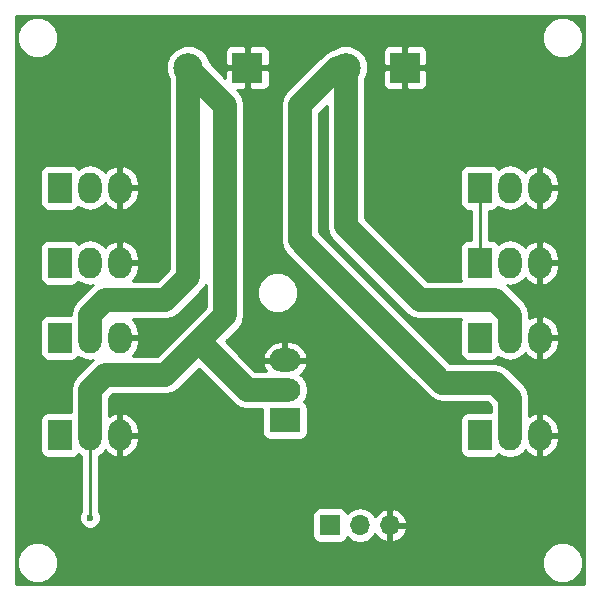
<source format=gbr>
G04 #@! TF.FileFunction,Copper,L2,Bot,Signal*
%FSLAX46Y46*%
G04 Gerber Fmt 4.6, Leading zero omitted, Abs format (unit mm)*
G04 Created by KiCad (PCBNEW 4.0.7) date Saturday, June 09, 2018 'PMt' 12:28:08 PM*
%MOMM*%
%LPD*%
G01*
G04 APERTURE LIST*
%ADD10C,0.100000*%
%ADD11R,2.000000X2.600000*%
%ADD12O,2.000000X2.600000*%
%ADD13R,1.700000X1.700000*%
%ADD14O,1.700000X1.700000*%
%ADD15R,2.600000X2.000000*%
%ADD16O,2.600000X2.000000*%
%ADD17R,2.500000X2.500000*%
%ADD18C,2.500000*%
%ADD19C,0.600000*%
%ADD20C,0.250000*%
%ADD21C,2.000000*%
%ADD22C,0.254000*%
G04 APERTURE END LIST*
D10*
D11*
X113665000Y-81280000D03*
D12*
X116205000Y-81280000D03*
X118745000Y-81280000D03*
D13*
X136525000Y-103505000D03*
D14*
X139065000Y-103505000D03*
X141605000Y-103505000D03*
D11*
X113665000Y-74930000D03*
D12*
X116205000Y-74930000D03*
X118745000Y-74930000D03*
D11*
X113665000Y-87630000D03*
D12*
X116205000Y-87630000D03*
X118745000Y-87630000D03*
D11*
X113665000Y-95885000D03*
D12*
X116205000Y-95885000D03*
X118745000Y-95885000D03*
D11*
X149225000Y-87630000D03*
D12*
X151765000Y-87630000D03*
X154305000Y-87630000D03*
D11*
X149225000Y-95885000D03*
D12*
X151765000Y-95885000D03*
X154305000Y-95885000D03*
D11*
X149225000Y-81280000D03*
D12*
X151765000Y-81280000D03*
X154305000Y-81280000D03*
D11*
X149225000Y-74930000D03*
D12*
X151765000Y-74930000D03*
X154305000Y-74930000D03*
D15*
X132715000Y-94615000D03*
D16*
X132715000Y-92075000D03*
X132715000Y-89535000D03*
D17*
X129540000Y-64770000D03*
D18*
X124540000Y-64770000D03*
D17*
X142875000Y-64770000D03*
D18*
X137875000Y-64770000D03*
D19*
X116205000Y-102870000D03*
D20*
X149225000Y-81280000D02*
X149225000Y-74930000D01*
D21*
X137875000Y-64770000D02*
X137160000Y-64770000D01*
X137160000Y-64770000D02*
X133985000Y-67945000D01*
X151765000Y-92710000D02*
X151765000Y-95885000D01*
X150495000Y-91440000D02*
X151765000Y-92710000D01*
X146050000Y-91440000D02*
X150495000Y-91440000D01*
X133985000Y-79375000D02*
X146050000Y-91440000D01*
X133985000Y-67945000D02*
X133985000Y-79375000D01*
X137875000Y-64770000D02*
X137875000Y-78185000D01*
X151765000Y-85725000D02*
X151765000Y-87630000D01*
X150495000Y-84455000D02*
X151765000Y-85725000D01*
X144145000Y-84455000D02*
X150495000Y-84455000D01*
X137875000Y-78185000D02*
X144145000Y-84455000D01*
D20*
X116205000Y-95885000D02*
X116205000Y-102870000D01*
D21*
X132715000Y-92075000D02*
X129540000Y-92075000D01*
X129540000Y-92075000D02*
X125412500Y-87947500D01*
X124540000Y-64770000D02*
X124540000Y-64850000D01*
X124540000Y-64850000D02*
X127635000Y-67945000D01*
X127635000Y-67945000D02*
X127635000Y-83185000D01*
X116205000Y-95885000D02*
X116205000Y-92075000D01*
X127635000Y-85725000D02*
X127635000Y-83185000D01*
X122555000Y-90805000D02*
X125412500Y-87947500D01*
X125412500Y-87947500D02*
X127635000Y-85725000D01*
X117475000Y-90805000D02*
X122555000Y-90805000D01*
X116205000Y-92075000D02*
X117475000Y-90805000D01*
X116205000Y-87630000D02*
X116205000Y-85725000D01*
X124540000Y-82470000D02*
X124540000Y-64770000D01*
X122555000Y-84455000D02*
X124540000Y-82470000D01*
X117475000Y-84455000D02*
X122555000Y-84455000D01*
X116205000Y-85725000D02*
X117475000Y-84455000D01*
D22*
G36*
X158040000Y-108510000D02*
X109930000Y-108510000D01*
X109930000Y-107023599D01*
X110024699Y-107023599D01*
X110288281Y-107661515D01*
X110775918Y-108150004D01*
X111413373Y-108414699D01*
X112103599Y-108415301D01*
X112741515Y-108151719D01*
X113230004Y-107664082D01*
X113494699Y-107026627D01*
X113494701Y-107023599D01*
X154474699Y-107023599D01*
X154738281Y-107661515D01*
X155225918Y-108150004D01*
X155863373Y-108414699D01*
X156553599Y-108415301D01*
X157191515Y-108151719D01*
X157680004Y-107664082D01*
X157944699Y-107026627D01*
X157945301Y-106336401D01*
X157681719Y-105698485D01*
X157194082Y-105209996D01*
X156556627Y-104945301D01*
X155866401Y-104944699D01*
X155228485Y-105208281D01*
X154739996Y-105695918D01*
X154475301Y-106333373D01*
X154474699Y-107023599D01*
X113494701Y-107023599D01*
X113495301Y-106336401D01*
X113231719Y-105698485D01*
X112744082Y-105209996D01*
X112106627Y-104945301D01*
X111416401Y-104944699D01*
X110778485Y-105208281D01*
X110289996Y-105695918D01*
X110025301Y-106333373D01*
X110024699Y-107023599D01*
X109930000Y-107023599D01*
X109930000Y-79980000D01*
X112017560Y-79980000D01*
X112017560Y-82580000D01*
X112061838Y-82815317D01*
X112200910Y-83031441D01*
X112413110Y-83176431D01*
X112665000Y-83227440D01*
X114665000Y-83227440D01*
X114900317Y-83183162D01*
X115116441Y-83044090D01*
X115221951Y-82889671D01*
X115579313Y-83128452D01*
X116205000Y-83252909D01*
X116465116Y-83201169D01*
X116318880Y-83298880D01*
X116318878Y-83298883D01*
X115048880Y-84568880D01*
X114694457Y-85099312D01*
X114578441Y-85682560D01*
X112665000Y-85682560D01*
X112429683Y-85726838D01*
X112213559Y-85865910D01*
X112068569Y-86078110D01*
X112017560Y-86330000D01*
X112017560Y-88930000D01*
X112061838Y-89165317D01*
X112200910Y-89381441D01*
X112413110Y-89526431D01*
X112665000Y-89577440D01*
X114665000Y-89577440D01*
X114900317Y-89533162D01*
X115116441Y-89394090D01*
X115221951Y-89239671D01*
X115579313Y-89478452D01*
X116205000Y-89602909D01*
X116465116Y-89551169D01*
X116318880Y-89648880D01*
X116318878Y-89648883D01*
X115048880Y-90918880D01*
X114694457Y-91449312D01*
X114569999Y-92075000D01*
X114570000Y-92075005D01*
X114570000Y-93937560D01*
X112665000Y-93937560D01*
X112429683Y-93981838D01*
X112213559Y-94120910D01*
X112068569Y-94333110D01*
X112017560Y-94585000D01*
X112017560Y-97185000D01*
X112061838Y-97420317D01*
X112200910Y-97636441D01*
X112413110Y-97781431D01*
X112665000Y-97832440D01*
X114665000Y-97832440D01*
X114900317Y-97788162D01*
X115116441Y-97649090D01*
X115221951Y-97494671D01*
X115445000Y-97643707D01*
X115445000Y-102307537D01*
X115412808Y-102339673D01*
X115270162Y-102683201D01*
X115269838Y-103055167D01*
X115411883Y-103398943D01*
X115674673Y-103662192D01*
X116018201Y-103804838D01*
X116390167Y-103805162D01*
X116733943Y-103663117D01*
X116997192Y-103400327D01*
X117139838Y-103056799D01*
X117140162Y-102684833D01*
X117127836Y-102655000D01*
X135027560Y-102655000D01*
X135027560Y-104355000D01*
X135071838Y-104590317D01*
X135210910Y-104806441D01*
X135423110Y-104951431D01*
X135675000Y-105002440D01*
X137375000Y-105002440D01*
X137610317Y-104958162D01*
X137826441Y-104819090D01*
X137971431Y-104606890D01*
X137985086Y-104539459D01*
X138014946Y-104584147D01*
X138496715Y-104906054D01*
X139065000Y-105019093D01*
X139633285Y-104906054D01*
X140115054Y-104584147D01*
X140342702Y-104243447D01*
X140409817Y-104386358D01*
X140838076Y-104776645D01*
X141248110Y-104946476D01*
X141478000Y-104825155D01*
X141478000Y-103632000D01*
X141732000Y-103632000D01*
X141732000Y-104825155D01*
X141961890Y-104946476D01*
X142371924Y-104776645D01*
X142800183Y-104386358D01*
X143046486Y-103861892D01*
X142925819Y-103632000D01*
X141732000Y-103632000D01*
X141478000Y-103632000D01*
X141458000Y-103632000D01*
X141458000Y-103378000D01*
X141478000Y-103378000D01*
X141478000Y-102184845D01*
X141732000Y-102184845D01*
X141732000Y-103378000D01*
X142925819Y-103378000D01*
X143046486Y-103148108D01*
X142800183Y-102623642D01*
X142371924Y-102233355D01*
X141961890Y-102063524D01*
X141732000Y-102184845D01*
X141478000Y-102184845D01*
X141248110Y-102063524D01*
X140838076Y-102233355D01*
X140409817Y-102623642D01*
X140342702Y-102766553D01*
X140115054Y-102425853D01*
X139633285Y-102103946D01*
X139065000Y-101990907D01*
X138496715Y-102103946D01*
X138014946Y-102425853D01*
X137987150Y-102467452D01*
X137978162Y-102419683D01*
X137839090Y-102203559D01*
X137626890Y-102058569D01*
X137375000Y-102007560D01*
X135675000Y-102007560D01*
X135439683Y-102051838D01*
X135223559Y-102190910D01*
X135078569Y-102403110D01*
X135027560Y-102655000D01*
X117127836Y-102655000D01*
X116998117Y-102341057D01*
X116965000Y-102307882D01*
X116965000Y-97643707D01*
X117361120Y-97379029D01*
X117488219Y-97188812D01*
X117678683Y-97430922D01*
X118236645Y-97744144D01*
X118364566Y-97775124D01*
X118618000Y-97655777D01*
X118618000Y-96012000D01*
X118872000Y-96012000D01*
X118872000Y-97655777D01*
X119125434Y-97775124D01*
X119253355Y-97744144D01*
X119811317Y-97430922D01*
X120206942Y-96928020D01*
X120380000Y-96312000D01*
X120380000Y-96012000D01*
X118872000Y-96012000D01*
X118618000Y-96012000D01*
X118598000Y-96012000D01*
X118598000Y-95758000D01*
X118618000Y-95758000D01*
X118618000Y-94114223D01*
X118872000Y-94114223D01*
X118872000Y-95758000D01*
X120380000Y-95758000D01*
X120380000Y-95458000D01*
X120206942Y-94841980D01*
X119811317Y-94339078D01*
X119253355Y-94025856D01*
X119125434Y-93994876D01*
X118872000Y-94114223D01*
X118618000Y-94114223D01*
X118364566Y-93994876D01*
X118236645Y-94025856D01*
X117840000Y-94248520D01*
X117840000Y-92752240D01*
X118152239Y-92440000D01*
X122554995Y-92440000D01*
X122555000Y-92440001D01*
X123180688Y-92315543D01*
X123711120Y-91961120D01*
X125412500Y-90259740D01*
X128383878Y-93231117D01*
X128383880Y-93231120D01*
X128914313Y-93585543D01*
X129540000Y-93710000D01*
X130767560Y-93710000D01*
X130767560Y-95615000D01*
X130811838Y-95850317D01*
X130950910Y-96066441D01*
X131163110Y-96211431D01*
X131415000Y-96262440D01*
X134015000Y-96262440D01*
X134250317Y-96218162D01*
X134466441Y-96079090D01*
X134611431Y-95866890D01*
X134662440Y-95615000D01*
X134662440Y-93615000D01*
X134618162Y-93379683D01*
X134479090Y-93163559D01*
X134324671Y-93058049D01*
X134563452Y-92700687D01*
X134687909Y-92075000D01*
X134563452Y-91449313D01*
X134209029Y-90918880D01*
X134018812Y-90791781D01*
X134260922Y-90601317D01*
X134574144Y-90043355D01*
X134605124Y-89915434D01*
X134485777Y-89662000D01*
X132842000Y-89662000D01*
X132842000Y-89682000D01*
X132588000Y-89682000D01*
X132588000Y-89662000D01*
X130944223Y-89662000D01*
X130824876Y-89915434D01*
X130855856Y-90043355D01*
X131078520Y-90440000D01*
X130217239Y-90440000D01*
X128931806Y-89154566D01*
X130824876Y-89154566D01*
X130944223Y-89408000D01*
X132588000Y-89408000D01*
X132588000Y-87900000D01*
X132842000Y-87900000D01*
X132842000Y-89408000D01*
X134485777Y-89408000D01*
X134605124Y-89154566D01*
X134574144Y-89026645D01*
X134260922Y-88468683D01*
X133758020Y-88073058D01*
X133142000Y-87900000D01*
X132842000Y-87900000D01*
X132588000Y-87900000D01*
X132288000Y-87900000D01*
X131671980Y-88073058D01*
X131169078Y-88468683D01*
X130855856Y-89026645D01*
X130824876Y-89154566D01*
X128931806Y-89154566D01*
X127724740Y-87947500D01*
X128791117Y-86881122D01*
X128791120Y-86881120D01*
X129145543Y-86350687D01*
X129188253Y-86135971D01*
X129270001Y-85725000D01*
X129270000Y-85724995D01*
X129270000Y-84163599D01*
X130344699Y-84163599D01*
X130608281Y-84801515D01*
X131095918Y-85290004D01*
X131733373Y-85554699D01*
X132423599Y-85555301D01*
X133061515Y-85291719D01*
X133550004Y-84804082D01*
X133814699Y-84166627D01*
X133815301Y-83476401D01*
X133551719Y-82838485D01*
X133064082Y-82349996D01*
X132426627Y-82085301D01*
X131736401Y-82084699D01*
X131098485Y-82348281D01*
X130609996Y-82835918D01*
X130345301Y-83473373D01*
X130344699Y-84163599D01*
X129270000Y-84163599D01*
X129270000Y-67945005D01*
X129270001Y-67945000D01*
X132349999Y-67945000D01*
X132350000Y-67945005D01*
X132350000Y-79374995D01*
X132349999Y-79375000D01*
X132474457Y-80000688D01*
X132828880Y-80531120D01*
X144893878Y-92596117D01*
X144893880Y-92596120D01*
X145424313Y-92950543D01*
X146050000Y-93075001D01*
X146050005Y-93075000D01*
X149817760Y-93075000D01*
X150130000Y-93387239D01*
X150130000Y-93937560D01*
X148225000Y-93937560D01*
X147989683Y-93981838D01*
X147773559Y-94120910D01*
X147628569Y-94333110D01*
X147577560Y-94585000D01*
X147577560Y-97185000D01*
X147621838Y-97420317D01*
X147760910Y-97636441D01*
X147973110Y-97781431D01*
X148225000Y-97832440D01*
X150225000Y-97832440D01*
X150460317Y-97788162D01*
X150676441Y-97649090D01*
X150781951Y-97494671D01*
X151139313Y-97733452D01*
X151765000Y-97857909D01*
X152390687Y-97733452D01*
X152921120Y-97379029D01*
X153048219Y-97188812D01*
X153238683Y-97430922D01*
X153796645Y-97744144D01*
X153924566Y-97775124D01*
X154178000Y-97655777D01*
X154178000Y-96012000D01*
X154432000Y-96012000D01*
X154432000Y-97655777D01*
X154685434Y-97775124D01*
X154813355Y-97744144D01*
X155371317Y-97430922D01*
X155766942Y-96928020D01*
X155940000Y-96312000D01*
X155940000Y-96012000D01*
X154432000Y-96012000D01*
X154178000Y-96012000D01*
X154158000Y-96012000D01*
X154158000Y-95758000D01*
X154178000Y-95758000D01*
X154178000Y-94114223D01*
X154432000Y-94114223D01*
X154432000Y-95758000D01*
X155940000Y-95758000D01*
X155940000Y-95458000D01*
X155766942Y-94841980D01*
X155371317Y-94339078D01*
X154813355Y-94025856D01*
X154685434Y-93994876D01*
X154432000Y-94114223D01*
X154178000Y-94114223D01*
X153924566Y-93994876D01*
X153796645Y-94025856D01*
X153400000Y-94248520D01*
X153400000Y-92710000D01*
X153275543Y-92084313D01*
X153275543Y-92084312D01*
X153133581Y-91871851D01*
X152921120Y-91553880D01*
X152921117Y-91553878D01*
X151651120Y-90283880D01*
X151120688Y-89929457D01*
X150495000Y-89804999D01*
X150494995Y-89805000D01*
X146727239Y-89805000D01*
X135620000Y-78697760D01*
X135620000Y-68622240D01*
X136240000Y-68002240D01*
X136240000Y-78184995D01*
X136239999Y-78185000D01*
X136364457Y-78810688D01*
X136718880Y-79341120D01*
X142988880Y-85611120D01*
X143519312Y-85965543D01*
X144145000Y-86090001D01*
X144145005Y-86090000D01*
X147626161Y-86090000D01*
X147577560Y-86330000D01*
X147577560Y-88930000D01*
X147621838Y-89165317D01*
X147760910Y-89381441D01*
X147973110Y-89526431D01*
X148225000Y-89577440D01*
X150225000Y-89577440D01*
X150460317Y-89533162D01*
X150676441Y-89394090D01*
X150781951Y-89239671D01*
X151139313Y-89478452D01*
X151765000Y-89602909D01*
X152390687Y-89478452D01*
X152921120Y-89124029D01*
X153048219Y-88933812D01*
X153238683Y-89175922D01*
X153796645Y-89489144D01*
X153924566Y-89520124D01*
X154178000Y-89400777D01*
X154178000Y-87757000D01*
X154432000Y-87757000D01*
X154432000Y-89400777D01*
X154685434Y-89520124D01*
X154813355Y-89489144D01*
X155371317Y-89175922D01*
X155766942Y-88673020D01*
X155940000Y-88057000D01*
X155940000Y-87757000D01*
X154432000Y-87757000D01*
X154178000Y-87757000D01*
X154158000Y-87757000D01*
X154158000Y-87503000D01*
X154178000Y-87503000D01*
X154178000Y-85859223D01*
X154432000Y-85859223D01*
X154432000Y-87503000D01*
X155940000Y-87503000D01*
X155940000Y-87203000D01*
X155766942Y-86586980D01*
X155371317Y-86084078D01*
X154813355Y-85770856D01*
X154685434Y-85739876D01*
X154432000Y-85859223D01*
X154178000Y-85859223D01*
X153924566Y-85739876D01*
X153796645Y-85770856D01*
X153400000Y-85993520D01*
X153400000Y-85725000D01*
X153275543Y-85099313D01*
X153275543Y-85099312D01*
X153133581Y-84886851D01*
X152921120Y-84568880D01*
X152921117Y-84568878D01*
X151651120Y-83298880D01*
X151504885Y-83201169D01*
X151765000Y-83252909D01*
X152390687Y-83128452D01*
X152921120Y-82774029D01*
X153048219Y-82583812D01*
X153238683Y-82825922D01*
X153796645Y-83139144D01*
X153924566Y-83170124D01*
X154178000Y-83050777D01*
X154178000Y-81407000D01*
X154432000Y-81407000D01*
X154432000Y-83050777D01*
X154685434Y-83170124D01*
X154813355Y-83139144D01*
X155371317Y-82825922D01*
X155766942Y-82323020D01*
X155940000Y-81707000D01*
X155940000Y-81407000D01*
X154432000Y-81407000D01*
X154178000Y-81407000D01*
X154158000Y-81407000D01*
X154158000Y-81153000D01*
X154178000Y-81153000D01*
X154178000Y-79509223D01*
X154432000Y-79509223D01*
X154432000Y-81153000D01*
X155940000Y-81153000D01*
X155940000Y-80853000D01*
X155766942Y-80236980D01*
X155371317Y-79734078D01*
X154813355Y-79420856D01*
X154685434Y-79389876D01*
X154432000Y-79509223D01*
X154178000Y-79509223D01*
X153924566Y-79389876D01*
X153796645Y-79420856D01*
X153238683Y-79734078D01*
X153048219Y-79976188D01*
X152921120Y-79785971D01*
X152390687Y-79431548D01*
X151765000Y-79307091D01*
X151139313Y-79431548D01*
X150780808Y-79671093D01*
X150689090Y-79528559D01*
X150476890Y-79383569D01*
X150225000Y-79332560D01*
X149985000Y-79332560D01*
X149985000Y-76877440D01*
X150225000Y-76877440D01*
X150460317Y-76833162D01*
X150676441Y-76694090D01*
X150781951Y-76539671D01*
X151139313Y-76778452D01*
X151765000Y-76902909D01*
X152390687Y-76778452D01*
X152921120Y-76424029D01*
X153048219Y-76233812D01*
X153238683Y-76475922D01*
X153796645Y-76789144D01*
X153924566Y-76820124D01*
X154178000Y-76700777D01*
X154178000Y-75057000D01*
X154432000Y-75057000D01*
X154432000Y-76700777D01*
X154685434Y-76820124D01*
X154813355Y-76789144D01*
X155371317Y-76475922D01*
X155766942Y-75973020D01*
X155940000Y-75357000D01*
X155940000Y-75057000D01*
X154432000Y-75057000D01*
X154178000Y-75057000D01*
X154158000Y-75057000D01*
X154158000Y-74803000D01*
X154178000Y-74803000D01*
X154178000Y-73159223D01*
X154432000Y-73159223D01*
X154432000Y-74803000D01*
X155940000Y-74803000D01*
X155940000Y-74503000D01*
X155766942Y-73886980D01*
X155371317Y-73384078D01*
X154813355Y-73070856D01*
X154685434Y-73039876D01*
X154432000Y-73159223D01*
X154178000Y-73159223D01*
X153924566Y-73039876D01*
X153796645Y-73070856D01*
X153238683Y-73384078D01*
X153048219Y-73626188D01*
X152921120Y-73435971D01*
X152390687Y-73081548D01*
X151765000Y-72957091D01*
X151139313Y-73081548D01*
X150780808Y-73321093D01*
X150689090Y-73178559D01*
X150476890Y-73033569D01*
X150225000Y-72982560D01*
X148225000Y-72982560D01*
X147989683Y-73026838D01*
X147773559Y-73165910D01*
X147628569Y-73378110D01*
X147577560Y-73630000D01*
X147577560Y-76230000D01*
X147621838Y-76465317D01*
X147760910Y-76681441D01*
X147973110Y-76826431D01*
X148225000Y-76877440D01*
X148465000Y-76877440D01*
X148465000Y-79332560D01*
X148225000Y-79332560D01*
X147989683Y-79376838D01*
X147773559Y-79515910D01*
X147628569Y-79728110D01*
X147577560Y-79980000D01*
X147577560Y-82580000D01*
X147621838Y-82815317D01*
X147624851Y-82820000D01*
X144822240Y-82820000D01*
X139510000Y-77507760D01*
X139510000Y-65747871D01*
X139759672Y-65146595D01*
X139759751Y-65055750D01*
X140990000Y-65055750D01*
X140990000Y-66146310D01*
X141086673Y-66379699D01*
X141265302Y-66558327D01*
X141498691Y-66655000D01*
X142589250Y-66655000D01*
X142748000Y-66496250D01*
X142748000Y-64897000D01*
X143002000Y-64897000D01*
X143002000Y-66496250D01*
X143160750Y-66655000D01*
X144251309Y-66655000D01*
X144484698Y-66558327D01*
X144663327Y-66379699D01*
X144760000Y-66146310D01*
X144760000Y-65055750D01*
X144601250Y-64897000D01*
X143002000Y-64897000D01*
X142748000Y-64897000D01*
X141148750Y-64897000D01*
X140990000Y-65055750D01*
X139759751Y-65055750D01*
X139760326Y-64396695D01*
X139473957Y-63703628D01*
X139164560Y-63393690D01*
X140990000Y-63393690D01*
X140990000Y-64484250D01*
X141148750Y-64643000D01*
X142748000Y-64643000D01*
X142748000Y-63043750D01*
X143002000Y-63043750D01*
X143002000Y-64643000D01*
X144601250Y-64643000D01*
X144760000Y-64484250D01*
X144760000Y-63393690D01*
X144663327Y-63160301D01*
X144484698Y-62981673D01*
X144251309Y-62885000D01*
X143160750Y-62885000D01*
X143002000Y-63043750D01*
X142748000Y-63043750D01*
X142589250Y-62885000D01*
X141498691Y-62885000D01*
X141265302Y-62981673D01*
X141086673Y-63160301D01*
X140990000Y-63393690D01*
X139164560Y-63393690D01*
X138944161Y-63172907D01*
X138251595Y-62885328D01*
X137501695Y-62884674D01*
X136808628Y-63171043D01*
X136766282Y-63213315D01*
X136534312Y-63259457D01*
X136003880Y-63613880D01*
X132828880Y-66788880D01*
X132474457Y-67319312D01*
X132349999Y-67945000D01*
X129270001Y-67945000D01*
X129145543Y-67319312D01*
X128791120Y-66788880D01*
X128657240Y-66655000D01*
X129254250Y-66655000D01*
X129413000Y-66496250D01*
X129413000Y-64897000D01*
X129667000Y-64897000D01*
X129667000Y-66496250D01*
X129825750Y-66655000D01*
X130916309Y-66655000D01*
X131149698Y-66558327D01*
X131328327Y-66379699D01*
X131425000Y-66146310D01*
X131425000Y-65055750D01*
X131266250Y-64897000D01*
X129667000Y-64897000D01*
X129413000Y-64897000D01*
X127813750Y-64897000D01*
X127655000Y-65055750D01*
X127655000Y-65652760D01*
X126425303Y-64423063D01*
X126425326Y-64396695D01*
X126138957Y-63703628D01*
X125829560Y-63393690D01*
X127655000Y-63393690D01*
X127655000Y-64484250D01*
X127813750Y-64643000D01*
X129413000Y-64643000D01*
X129413000Y-63043750D01*
X129667000Y-63043750D01*
X129667000Y-64643000D01*
X131266250Y-64643000D01*
X131425000Y-64484250D01*
X131425000Y-63393690D01*
X131328327Y-63160301D01*
X131149698Y-62981673D01*
X130916309Y-62885000D01*
X129825750Y-62885000D01*
X129667000Y-63043750D01*
X129413000Y-63043750D01*
X129254250Y-62885000D01*
X128163691Y-62885000D01*
X127930302Y-62981673D01*
X127751673Y-63160301D01*
X127655000Y-63393690D01*
X125829560Y-63393690D01*
X125609161Y-63172907D01*
X124916595Y-62885328D01*
X124166695Y-62884674D01*
X123473628Y-63171043D01*
X122942907Y-63700839D01*
X122655328Y-64393405D01*
X122654674Y-65143305D01*
X122905000Y-65749141D01*
X122905000Y-81792760D01*
X121877760Y-82820000D01*
X119815976Y-82820000D01*
X120206942Y-82323020D01*
X120380000Y-81707000D01*
X120380000Y-81407000D01*
X118872000Y-81407000D01*
X118872000Y-81427000D01*
X118618000Y-81427000D01*
X118618000Y-81407000D01*
X118598000Y-81407000D01*
X118598000Y-81153000D01*
X118618000Y-81153000D01*
X118618000Y-79509223D01*
X118872000Y-79509223D01*
X118872000Y-81153000D01*
X120380000Y-81153000D01*
X120380000Y-80853000D01*
X120206942Y-80236980D01*
X119811317Y-79734078D01*
X119253355Y-79420856D01*
X119125434Y-79389876D01*
X118872000Y-79509223D01*
X118618000Y-79509223D01*
X118364566Y-79389876D01*
X118236645Y-79420856D01*
X117678683Y-79734078D01*
X117488219Y-79976188D01*
X117361120Y-79785971D01*
X116830687Y-79431548D01*
X116205000Y-79307091D01*
X115579313Y-79431548D01*
X115220808Y-79671093D01*
X115129090Y-79528559D01*
X114916890Y-79383569D01*
X114665000Y-79332560D01*
X112665000Y-79332560D01*
X112429683Y-79376838D01*
X112213559Y-79515910D01*
X112068569Y-79728110D01*
X112017560Y-79980000D01*
X109930000Y-79980000D01*
X109930000Y-73630000D01*
X112017560Y-73630000D01*
X112017560Y-76230000D01*
X112061838Y-76465317D01*
X112200910Y-76681441D01*
X112413110Y-76826431D01*
X112665000Y-76877440D01*
X114665000Y-76877440D01*
X114900317Y-76833162D01*
X115116441Y-76694090D01*
X115221951Y-76539671D01*
X115579313Y-76778452D01*
X116205000Y-76902909D01*
X116830687Y-76778452D01*
X117361120Y-76424029D01*
X117488219Y-76233812D01*
X117678683Y-76475922D01*
X118236645Y-76789144D01*
X118364566Y-76820124D01*
X118618000Y-76700777D01*
X118618000Y-75057000D01*
X118872000Y-75057000D01*
X118872000Y-76700777D01*
X119125434Y-76820124D01*
X119253355Y-76789144D01*
X119811317Y-76475922D01*
X120206942Y-75973020D01*
X120380000Y-75357000D01*
X120380000Y-75057000D01*
X118872000Y-75057000D01*
X118618000Y-75057000D01*
X118598000Y-75057000D01*
X118598000Y-74803000D01*
X118618000Y-74803000D01*
X118618000Y-73159223D01*
X118872000Y-73159223D01*
X118872000Y-74803000D01*
X120380000Y-74803000D01*
X120380000Y-74503000D01*
X120206942Y-73886980D01*
X119811317Y-73384078D01*
X119253355Y-73070856D01*
X119125434Y-73039876D01*
X118872000Y-73159223D01*
X118618000Y-73159223D01*
X118364566Y-73039876D01*
X118236645Y-73070856D01*
X117678683Y-73384078D01*
X117488219Y-73626188D01*
X117361120Y-73435971D01*
X116830687Y-73081548D01*
X116205000Y-72957091D01*
X115579313Y-73081548D01*
X115220808Y-73321093D01*
X115129090Y-73178559D01*
X114916890Y-73033569D01*
X114665000Y-72982560D01*
X112665000Y-72982560D01*
X112429683Y-73026838D01*
X112213559Y-73165910D01*
X112068569Y-73378110D01*
X112017560Y-73630000D01*
X109930000Y-73630000D01*
X109930000Y-62573599D01*
X110024699Y-62573599D01*
X110288281Y-63211515D01*
X110775918Y-63700004D01*
X111413373Y-63964699D01*
X112103599Y-63965301D01*
X112741515Y-63701719D01*
X113230004Y-63214082D01*
X113494699Y-62576627D01*
X113494701Y-62573599D01*
X154474699Y-62573599D01*
X154738281Y-63211515D01*
X155225918Y-63700004D01*
X155863373Y-63964699D01*
X156553599Y-63965301D01*
X157191515Y-63701719D01*
X157680004Y-63214082D01*
X157944699Y-62576627D01*
X157945301Y-61886401D01*
X157681719Y-61248485D01*
X157194082Y-60759996D01*
X156556627Y-60495301D01*
X155866401Y-60494699D01*
X155228485Y-60758281D01*
X154739996Y-61245918D01*
X154475301Y-61883373D01*
X154474699Y-62573599D01*
X113494701Y-62573599D01*
X113495301Y-61886401D01*
X113231719Y-61248485D01*
X112744082Y-60759996D01*
X112106627Y-60495301D01*
X111416401Y-60494699D01*
X110778485Y-60758281D01*
X110289996Y-61245918D01*
X110025301Y-61883373D01*
X110024699Y-62573599D01*
X109930000Y-62573599D01*
X109930000Y-60400000D01*
X158040000Y-60400000D01*
X158040000Y-108510000D01*
X158040000Y-108510000D01*
G37*
X158040000Y-108510000D02*
X109930000Y-108510000D01*
X109930000Y-107023599D01*
X110024699Y-107023599D01*
X110288281Y-107661515D01*
X110775918Y-108150004D01*
X111413373Y-108414699D01*
X112103599Y-108415301D01*
X112741515Y-108151719D01*
X113230004Y-107664082D01*
X113494699Y-107026627D01*
X113494701Y-107023599D01*
X154474699Y-107023599D01*
X154738281Y-107661515D01*
X155225918Y-108150004D01*
X155863373Y-108414699D01*
X156553599Y-108415301D01*
X157191515Y-108151719D01*
X157680004Y-107664082D01*
X157944699Y-107026627D01*
X157945301Y-106336401D01*
X157681719Y-105698485D01*
X157194082Y-105209996D01*
X156556627Y-104945301D01*
X155866401Y-104944699D01*
X155228485Y-105208281D01*
X154739996Y-105695918D01*
X154475301Y-106333373D01*
X154474699Y-107023599D01*
X113494701Y-107023599D01*
X113495301Y-106336401D01*
X113231719Y-105698485D01*
X112744082Y-105209996D01*
X112106627Y-104945301D01*
X111416401Y-104944699D01*
X110778485Y-105208281D01*
X110289996Y-105695918D01*
X110025301Y-106333373D01*
X110024699Y-107023599D01*
X109930000Y-107023599D01*
X109930000Y-79980000D01*
X112017560Y-79980000D01*
X112017560Y-82580000D01*
X112061838Y-82815317D01*
X112200910Y-83031441D01*
X112413110Y-83176431D01*
X112665000Y-83227440D01*
X114665000Y-83227440D01*
X114900317Y-83183162D01*
X115116441Y-83044090D01*
X115221951Y-82889671D01*
X115579313Y-83128452D01*
X116205000Y-83252909D01*
X116465116Y-83201169D01*
X116318880Y-83298880D01*
X116318878Y-83298883D01*
X115048880Y-84568880D01*
X114694457Y-85099312D01*
X114578441Y-85682560D01*
X112665000Y-85682560D01*
X112429683Y-85726838D01*
X112213559Y-85865910D01*
X112068569Y-86078110D01*
X112017560Y-86330000D01*
X112017560Y-88930000D01*
X112061838Y-89165317D01*
X112200910Y-89381441D01*
X112413110Y-89526431D01*
X112665000Y-89577440D01*
X114665000Y-89577440D01*
X114900317Y-89533162D01*
X115116441Y-89394090D01*
X115221951Y-89239671D01*
X115579313Y-89478452D01*
X116205000Y-89602909D01*
X116465116Y-89551169D01*
X116318880Y-89648880D01*
X116318878Y-89648883D01*
X115048880Y-90918880D01*
X114694457Y-91449312D01*
X114569999Y-92075000D01*
X114570000Y-92075005D01*
X114570000Y-93937560D01*
X112665000Y-93937560D01*
X112429683Y-93981838D01*
X112213559Y-94120910D01*
X112068569Y-94333110D01*
X112017560Y-94585000D01*
X112017560Y-97185000D01*
X112061838Y-97420317D01*
X112200910Y-97636441D01*
X112413110Y-97781431D01*
X112665000Y-97832440D01*
X114665000Y-97832440D01*
X114900317Y-97788162D01*
X115116441Y-97649090D01*
X115221951Y-97494671D01*
X115445000Y-97643707D01*
X115445000Y-102307537D01*
X115412808Y-102339673D01*
X115270162Y-102683201D01*
X115269838Y-103055167D01*
X115411883Y-103398943D01*
X115674673Y-103662192D01*
X116018201Y-103804838D01*
X116390167Y-103805162D01*
X116733943Y-103663117D01*
X116997192Y-103400327D01*
X117139838Y-103056799D01*
X117140162Y-102684833D01*
X117127836Y-102655000D01*
X135027560Y-102655000D01*
X135027560Y-104355000D01*
X135071838Y-104590317D01*
X135210910Y-104806441D01*
X135423110Y-104951431D01*
X135675000Y-105002440D01*
X137375000Y-105002440D01*
X137610317Y-104958162D01*
X137826441Y-104819090D01*
X137971431Y-104606890D01*
X137985086Y-104539459D01*
X138014946Y-104584147D01*
X138496715Y-104906054D01*
X139065000Y-105019093D01*
X139633285Y-104906054D01*
X140115054Y-104584147D01*
X140342702Y-104243447D01*
X140409817Y-104386358D01*
X140838076Y-104776645D01*
X141248110Y-104946476D01*
X141478000Y-104825155D01*
X141478000Y-103632000D01*
X141732000Y-103632000D01*
X141732000Y-104825155D01*
X141961890Y-104946476D01*
X142371924Y-104776645D01*
X142800183Y-104386358D01*
X143046486Y-103861892D01*
X142925819Y-103632000D01*
X141732000Y-103632000D01*
X141478000Y-103632000D01*
X141458000Y-103632000D01*
X141458000Y-103378000D01*
X141478000Y-103378000D01*
X141478000Y-102184845D01*
X141732000Y-102184845D01*
X141732000Y-103378000D01*
X142925819Y-103378000D01*
X143046486Y-103148108D01*
X142800183Y-102623642D01*
X142371924Y-102233355D01*
X141961890Y-102063524D01*
X141732000Y-102184845D01*
X141478000Y-102184845D01*
X141248110Y-102063524D01*
X140838076Y-102233355D01*
X140409817Y-102623642D01*
X140342702Y-102766553D01*
X140115054Y-102425853D01*
X139633285Y-102103946D01*
X139065000Y-101990907D01*
X138496715Y-102103946D01*
X138014946Y-102425853D01*
X137987150Y-102467452D01*
X137978162Y-102419683D01*
X137839090Y-102203559D01*
X137626890Y-102058569D01*
X137375000Y-102007560D01*
X135675000Y-102007560D01*
X135439683Y-102051838D01*
X135223559Y-102190910D01*
X135078569Y-102403110D01*
X135027560Y-102655000D01*
X117127836Y-102655000D01*
X116998117Y-102341057D01*
X116965000Y-102307882D01*
X116965000Y-97643707D01*
X117361120Y-97379029D01*
X117488219Y-97188812D01*
X117678683Y-97430922D01*
X118236645Y-97744144D01*
X118364566Y-97775124D01*
X118618000Y-97655777D01*
X118618000Y-96012000D01*
X118872000Y-96012000D01*
X118872000Y-97655777D01*
X119125434Y-97775124D01*
X119253355Y-97744144D01*
X119811317Y-97430922D01*
X120206942Y-96928020D01*
X120380000Y-96312000D01*
X120380000Y-96012000D01*
X118872000Y-96012000D01*
X118618000Y-96012000D01*
X118598000Y-96012000D01*
X118598000Y-95758000D01*
X118618000Y-95758000D01*
X118618000Y-94114223D01*
X118872000Y-94114223D01*
X118872000Y-95758000D01*
X120380000Y-95758000D01*
X120380000Y-95458000D01*
X120206942Y-94841980D01*
X119811317Y-94339078D01*
X119253355Y-94025856D01*
X119125434Y-93994876D01*
X118872000Y-94114223D01*
X118618000Y-94114223D01*
X118364566Y-93994876D01*
X118236645Y-94025856D01*
X117840000Y-94248520D01*
X117840000Y-92752240D01*
X118152239Y-92440000D01*
X122554995Y-92440000D01*
X122555000Y-92440001D01*
X123180688Y-92315543D01*
X123711120Y-91961120D01*
X125412500Y-90259740D01*
X128383878Y-93231117D01*
X128383880Y-93231120D01*
X128914313Y-93585543D01*
X129540000Y-93710000D01*
X130767560Y-93710000D01*
X130767560Y-95615000D01*
X130811838Y-95850317D01*
X130950910Y-96066441D01*
X131163110Y-96211431D01*
X131415000Y-96262440D01*
X134015000Y-96262440D01*
X134250317Y-96218162D01*
X134466441Y-96079090D01*
X134611431Y-95866890D01*
X134662440Y-95615000D01*
X134662440Y-93615000D01*
X134618162Y-93379683D01*
X134479090Y-93163559D01*
X134324671Y-93058049D01*
X134563452Y-92700687D01*
X134687909Y-92075000D01*
X134563452Y-91449313D01*
X134209029Y-90918880D01*
X134018812Y-90791781D01*
X134260922Y-90601317D01*
X134574144Y-90043355D01*
X134605124Y-89915434D01*
X134485777Y-89662000D01*
X132842000Y-89662000D01*
X132842000Y-89682000D01*
X132588000Y-89682000D01*
X132588000Y-89662000D01*
X130944223Y-89662000D01*
X130824876Y-89915434D01*
X130855856Y-90043355D01*
X131078520Y-90440000D01*
X130217239Y-90440000D01*
X128931806Y-89154566D01*
X130824876Y-89154566D01*
X130944223Y-89408000D01*
X132588000Y-89408000D01*
X132588000Y-87900000D01*
X132842000Y-87900000D01*
X132842000Y-89408000D01*
X134485777Y-89408000D01*
X134605124Y-89154566D01*
X134574144Y-89026645D01*
X134260922Y-88468683D01*
X133758020Y-88073058D01*
X133142000Y-87900000D01*
X132842000Y-87900000D01*
X132588000Y-87900000D01*
X132288000Y-87900000D01*
X131671980Y-88073058D01*
X131169078Y-88468683D01*
X130855856Y-89026645D01*
X130824876Y-89154566D01*
X128931806Y-89154566D01*
X127724740Y-87947500D01*
X128791117Y-86881122D01*
X128791120Y-86881120D01*
X129145543Y-86350687D01*
X129188253Y-86135971D01*
X129270001Y-85725000D01*
X129270000Y-85724995D01*
X129270000Y-84163599D01*
X130344699Y-84163599D01*
X130608281Y-84801515D01*
X131095918Y-85290004D01*
X131733373Y-85554699D01*
X132423599Y-85555301D01*
X133061515Y-85291719D01*
X133550004Y-84804082D01*
X133814699Y-84166627D01*
X133815301Y-83476401D01*
X133551719Y-82838485D01*
X133064082Y-82349996D01*
X132426627Y-82085301D01*
X131736401Y-82084699D01*
X131098485Y-82348281D01*
X130609996Y-82835918D01*
X130345301Y-83473373D01*
X130344699Y-84163599D01*
X129270000Y-84163599D01*
X129270000Y-67945005D01*
X129270001Y-67945000D01*
X132349999Y-67945000D01*
X132350000Y-67945005D01*
X132350000Y-79374995D01*
X132349999Y-79375000D01*
X132474457Y-80000688D01*
X132828880Y-80531120D01*
X144893878Y-92596117D01*
X144893880Y-92596120D01*
X145424313Y-92950543D01*
X146050000Y-93075001D01*
X146050005Y-93075000D01*
X149817760Y-93075000D01*
X150130000Y-93387239D01*
X150130000Y-93937560D01*
X148225000Y-93937560D01*
X147989683Y-93981838D01*
X147773559Y-94120910D01*
X147628569Y-94333110D01*
X147577560Y-94585000D01*
X147577560Y-97185000D01*
X147621838Y-97420317D01*
X147760910Y-97636441D01*
X147973110Y-97781431D01*
X148225000Y-97832440D01*
X150225000Y-97832440D01*
X150460317Y-97788162D01*
X150676441Y-97649090D01*
X150781951Y-97494671D01*
X151139313Y-97733452D01*
X151765000Y-97857909D01*
X152390687Y-97733452D01*
X152921120Y-97379029D01*
X153048219Y-97188812D01*
X153238683Y-97430922D01*
X153796645Y-97744144D01*
X153924566Y-97775124D01*
X154178000Y-97655777D01*
X154178000Y-96012000D01*
X154432000Y-96012000D01*
X154432000Y-97655777D01*
X154685434Y-97775124D01*
X154813355Y-97744144D01*
X155371317Y-97430922D01*
X155766942Y-96928020D01*
X155940000Y-96312000D01*
X155940000Y-96012000D01*
X154432000Y-96012000D01*
X154178000Y-96012000D01*
X154158000Y-96012000D01*
X154158000Y-95758000D01*
X154178000Y-95758000D01*
X154178000Y-94114223D01*
X154432000Y-94114223D01*
X154432000Y-95758000D01*
X155940000Y-95758000D01*
X155940000Y-95458000D01*
X155766942Y-94841980D01*
X155371317Y-94339078D01*
X154813355Y-94025856D01*
X154685434Y-93994876D01*
X154432000Y-94114223D01*
X154178000Y-94114223D01*
X153924566Y-93994876D01*
X153796645Y-94025856D01*
X153400000Y-94248520D01*
X153400000Y-92710000D01*
X153275543Y-92084313D01*
X153275543Y-92084312D01*
X153133581Y-91871851D01*
X152921120Y-91553880D01*
X152921117Y-91553878D01*
X151651120Y-90283880D01*
X151120688Y-89929457D01*
X150495000Y-89804999D01*
X150494995Y-89805000D01*
X146727239Y-89805000D01*
X135620000Y-78697760D01*
X135620000Y-68622240D01*
X136240000Y-68002240D01*
X136240000Y-78184995D01*
X136239999Y-78185000D01*
X136364457Y-78810688D01*
X136718880Y-79341120D01*
X142988880Y-85611120D01*
X143519312Y-85965543D01*
X144145000Y-86090001D01*
X144145005Y-86090000D01*
X147626161Y-86090000D01*
X147577560Y-86330000D01*
X147577560Y-88930000D01*
X147621838Y-89165317D01*
X147760910Y-89381441D01*
X147973110Y-89526431D01*
X148225000Y-89577440D01*
X150225000Y-89577440D01*
X150460317Y-89533162D01*
X150676441Y-89394090D01*
X150781951Y-89239671D01*
X151139313Y-89478452D01*
X151765000Y-89602909D01*
X152390687Y-89478452D01*
X152921120Y-89124029D01*
X153048219Y-88933812D01*
X153238683Y-89175922D01*
X153796645Y-89489144D01*
X153924566Y-89520124D01*
X154178000Y-89400777D01*
X154178000Y-87757000D01*
X154432000Y-87757000D01*
X154432000Y-89400777D01*
X154685434Y-89520124D01*
X154813355Y-89489144D01*
X155371317Y-89175922D01*
X155766942Y-88673020D01*
X155940000Y-88057000D01*
X155940000Y-87757000D01*
X154432000Y-87757000D01*
X154178000Y-87757000D01*
X154158000Y-87757000D01*
X154158000Y-87503000D01*
X154178000Y-87503000D01*
X154178000Y-85859223D01*
X154432000Y-85859223D01*
X154432000Y-87503000D01*
X155940000Y-87503000D01*
X155940000Y-87203000D01*
X155766942Y-86586980D01*
X155371317Y-86084078D01*
X154813355Y-85770856D01*
X154685434Y-85739876D01*
X154432000Y-85859223D01*
X154178000Y-85859223D01*
X153924566Y-85739876D01*
X153796645Y-85770856D01*
X153400000Y-85993520D01*
X153400000Y-85725000D01*
X153275543Y-85099313D01*
X153275543Y-85099312D01*
X153133581Y-84886851D01*
X152921120Y-84568880D01*
X152921117Y-84568878D01*
X151651120Y-83298880D01*
X151504885Y-83201169D01*
X151765000Y-83252909D01*
X152390687Y-83128452D01*
X152921120Y-82774029D01*
X153048219Y-82583812D01*
X153238683Y-82825922D01*
X153796645Y-83139144D01*
X153924566Y-83170124D01*
X154178000Y-83050777D01*
X154178000Y-81407000D01*
X154432000Y-81407000D01*
X154432000Y-83050777D01*
X154685434Y-83170124D01*
X154813355Y-83139144D01*
X155371317Y-82825922D01*
X155766942Y-82323020D01*
X155940000Y-81707000D01*
X155940000Y-81407000D01*
X154432000Y-81407000D01*
X154178000Y-81407000D01*
X154158000Y-81407000D01*
X154158000Y-81153000D01*
X154178000Y-81153000D01*
X154178000Y-79509223D01*
X154432000Y-79509223D01*
X154432000Y-81153000D01*
X155940000Y-81153000D01*
X155940000Y-80853000D01*
X155766942Y-80236980D01*
X155371317Y-79734078D01*
X154813355Y-79420856D01*
X154685434Y-79389876D01*
X154432000Y-79509223D01*
X154178000Y-79509223D01*
X153924566Y-79389876D01*
X153796645Y-79420856D01*
X153238683Y-79734078D01*
X153048219Y-79976188D01*
X152921120Y-79785971D01*
X152390687Y-79431548D01*
X151765000Y-79307091D01*
X151139313Y-79431548D01*
X150780808Y-79671093D01*
X150689090Y-79528559D01*
X150476890Y-79383569D01*
X150225000Y-79332560D01*
X149985000Y-79332560D01*
X149985000Y-76877440D01*
X150225000Y-76877440D01*
X150460317Y-76833162D01*
X150676441Y-76694090D01*
X150781951Y-76539671D01*
X151139313Y-76778452D01*
X151765000Y-76902909D01*
X152390687Y-76778452D01*
X152921120Y-76424029D01*
X153048219Y-76233812D01*
X153238683Y-76475922D01*
X153796645Y-76789144D01*
X153924566Y-76820124D01*
X154178000Y-76700777D01*
X154178000Y-75057000D01*
X154432000Y-75057000D01*
X154432000Y-76700777D01*
X154685434Y-76820124D01*
X154813355Y-76789144D01*
X155371317Y-76475922D01*
X155766942Y-75973020D01*
X155940000Y-75357000D01*
X155940000Y-75057000D01*
X154432000Y-75057000D01*
X154178000Y-75057000D01*
X154158000Y-75057000D01*
X154158000Y-74803000D01*
X154178000Y-74803000D01*
X154178000Y-73159223D01*
X154432000Y-73159223D01*
X154432000Y-74803000D01*
X155940000Y-74803000D01*
X155940000Y-74503000D01*
X155766942Y-73886980D01*
X155371317Y-73384078D01*
X154813355Y-73070856D01*
X154685434Y-73039876D01*
X154432000Y-73159223D01*
X154178000Y-73159223D01*
X153924566Y-73039876D01*
X153796645Y-73070856D01*
X153238683Y-73384078D01*
X153048219Y-73626188D01*
X152921120Y-73435971D01*
X152390687Y-73081548D01*
X151765000Y-72957091D01*
X151139313Y-73081548D01*
X150780808Y-73321093D01*
X150689090Y-73178559D01*
X150476890Y-73033569D01*
X150225000Y-72982560D01*
X148225000Y-72982560D01*
X147989683Y-73026838D01*
X147773559Y-73165910D01*
X147628569Y-73378110D01*
X147577560Y-73630000D01*
X147577560Y-76230000D01*
X147621838Y-76465317D01*
X147760910Y-76681441D01*
X147973110Y-76826431D01*
X148225000Y-76877440D01*
X148465000Y-76877440D01*
X148465000Y-79332560D01*
X148225000Y-79332560D01*
X147989683Y-79376838D01*
X147773559Y-79515910D01*
X147628569Y-79728110D01*
X147577560Y-79980000D01*
X147577560Y-82580000D01*
X147621838Y-82815317D01*
X147624851Y-82820000D01*
X144822240Y-82820000D01*
X139510000Y-77507760D01*
X139510000Y-65747871D01*
X139759672Y-65146595D01*
X139759751Y-65055750D01*
X140990000Y-65055750D01*
X140990000Y-66146310D01*
X141086673Y-66379699D01*
X141265302Y-66558327D01*
X141498691Y-66655000D01*
X142589250Y-66655000D01*
X142748000Y-66496250D01*
X142748000Y-64897000D01*
X143002000Y-64897000D01*
X143002000Y-66496250D01*
X143160750Y-66655000D01*
X144251309Y-66655000D01*
X144484698Y-66558327D01*
X144663327Y-66379699D01*
X144760000Y-66146310D01*
X144760000Y-65055750D01*
X144601250Y-64897000D01*
X143002000Y-64897000D01*
X142748000Y-64897000D01*
X141148750Y-64897000D01*
X140990000Y-65055750D01*
X139759751Y-65055750D01*
X139760326Y-64396695D01*
X139473957Y-63703628D01*
X139164560Y-63393690D01*
X140990000Y-63393690D01*
X140990000Y-64484250D01*
X141148750Y-64643000D01*
X142748000Y-64643000D01*
X142748000Y-63043750D01*
X143002000Y-63043750D01*
X143002000Y-64643000D01*
X144601250Y-64643000D01*
X144760000Y-64484250D01*
X144760000Y-63393690D01*
X144663327Y-63160301D01*
X144484698Y-62981673D01*
X144251309Y-62885000D01*
X143160750Y-62885000D01*
X143002000Y-63043750D01*
X142748000Y-63043750D01*
X142589250Y-62885000D01*
X141498691Y-62885000D01*
X141265302Y-62981673D01*
X141086673Y-63160301D01*
X140990000Y-63393690D01*
X139164560Y-63393690D01*
X138944161Y-63172907D01*
X138251595Y-62885328D01*
X137501695Y-62884674D01*
X136808628Y-63171043D01*
X136766282Y-63213315D01*
X136534312Y-63259457D01*
X136003880Y-63613880D01*
X132828880Y-66788880D01*
X132474457Y-67319312D01*
X132349999Y-67945000D01*
X129270001Y-67945000D01*
X129145543Y-67319312D01*
X128791120Y-66788880D01*
X128657240Y-66655000D01*
X129254250Y-66655000D01*
X129413000Y-66496250D01*
X129413000Y-64897000D01*
X129667000Y-64897000D01*
X129667000Y-66496250D01*
X129825750Y-66655000D01*
X130916309Y-66655000D01*
X131149698Y-66558327D01*
X131328327Y-66379699D01*
X131425000Y-66146310D01*
X131425000Y-65055750D01*
X131266250Y-64897000D01*
X129667000Y-64897000D01*
X129413000Y-64897000D01*
X127813750Y-64897000D01*
X127655000Y-65055750D01*
X127655000Y-65652760D01*
X126425303Y-64423063D01*
X126425326Y-64396695D01*
X126138957Y-63703628D01*
X125829560Y-63393690D01*
X127655000Y-63393690D01*
X127655000Y-64484250D01*
X127813750Y-64643000D01*
X129413000Y-64643000D01*
X129413000Y-63043750D01*
X129667000Y-63043750D01*
X129667000Y-64643000D01*
X131266250Y-64643000D01*
X131425000Y-64484250D01*
X131425000Y-63393690D01*
X131328327Y-63160301D01*
X131149698Y-62981673D01*
X130916309Y-62885000D01*
X129825750Y-62885000D01*
X129667000Y-63043750D01*
X129413000Y-63043750D01*
X129254250Y-62885000D01*
X128163691Y-62885000D01*
X127930302Y-62981673D01*
X127751673Y-63160301D01*
X127655000Y-63393690D01*
X125829560Y-63393690D01*
X125609161Y-63172907D01*
X124916595Y-62885328D01*
X124166695Y-62884674D01*
X123473628Y-63171043D01*
X122942907Y-63700839D01*
X122655328Y-64393405D01*
X122654674Y-65143305D01*
X122905000Y-65749141D01*
X122905000Y-81792760D01*
X121877760Y-82820000D01*
X119815976Y-82820000D01*
X120206942Y-82323020D01*
X120380000Y-81707000D01*
X120380000Y-81407000D01*
X118872000Y-81407000D01*
X118872000Y-81427000D01*
X118618000Y-81427000D01*
X118618000Y-81407000D01*
X118598000Y-81407000D01*
X118598000Y-81153000D01*
X118618000Y-81153000D01*
X118618000Y-79509223D01*
X118872000Y-79509223D01*
X118872000Y-81153000D01*
X120380000Y-81153000D01*
X120380000Y-80853000D01*
X120206942Y-80236980D01*
X119811317Y-79734078D01*
X119253355Y-79420856D01*
X119125434Y-79389876D01*
X118872000Y-79509223D01*
X118618000Y-79509223D01*
X118364566Y-79389876D01*
X118236645Y-79420856D01*
X117678683Y-79734078D01*
X117488219Y-79976188D01*
X117361120Y-79785971D01*
X116830687Y-79431548D01*
X116205000Y-79307091D01*
X115579313Y-79431548D01*
X115220808Y-79671093D01*
X115129090Y-79528559D01*
X114916890Y-79383569D01*
X114665000Y-79332560D01*
X112665000Y-79332560D01*
X112429683Y-79376838D01*
X112213559Y-79515910D01*
X112068569Y-79728110D01*
X112017560Y-79980000D01*
X109930000Y-79980000D01*
X109930000Y-73630000D01*
X112017560Y-73630000D01*
X112017560Y-76230000D01*
X112061838Y-76465317D01*
X112200910Y-76681441D01*
X112413110Y-76826431D01*
X112665000Y-76877440D01*
X114665000Y-76877440D01*
X114900317Y-76833162D01*
X115116441Y-76694090D01*
X115221951Y-76539671D01*
X115579313Y-76778452D01*
X116205000Y-76902909D01*
X116830687Y-76778452D01*
X117361120Y-76424029D01*
X117488219Y-76233812D01*
X117678683Y-76475922D01*
X118236645Y-76789144D01*
X118364566Y-76820124D01*
X118618000Y-76700777D01*
X118618000Y-75057000D01*
X118872000Y-75057000D01*
X118872000Y-76700777D01*
X119125434Y-76820124D01*
X119253355Y-76789144D01*
X119811317Y-76475922D01*
X120206942Y-75973020D01*
X120380000Y-75357000D01*
X120380000Y-75057000D01*
X118872000Y-75057000D01*
X118618000Y-75057000D01*
X118598000Y-75057000D01*
X118598000Y-74803000D01*
X118618000Y-74803000D01*
X118618000Y-73159223D01*
X118872000Y-73159223D01*
X118872000Y-74803000D01*
X120380000Y-74803000D01*
X120380000Y-74503000D01*
X120206942Y-73886980D01*
X119811317Y-73384078D01*
X119253355Y-73070856D01*
X119125434Y-73039876D01*
X118872000Y-73159223D01*
X118618000Y-73159223D01*
X118364566Y-73039876D01*
X118236645Y-73070856D01*
X117678683Y-73384078D01*
X117488219Y-73626188D01*
X117361120Y-73435971D01*
X116830687Y-73081548D01*
X116205000Y-72957091D01*
X115579313Y-73081548D01*
X115220808Y-73321093D01*
X115129090Y-73178559D01*
X114916890Y-73033569D01*
X114665000Y-72982560D01*
X112665000Y-72982560D01*
X112429683Y-73026838D01*
X112213559Y-73165910D01*
X112068569Y-73378110D01*
X112017560Y-73630000D01*
X109930000Y-73630000D01*
X109930000Y-62573599D01*
X110024699Y-62573599D01*
X110288281Y-63211515D01*
X110775918Y-63700004D01*
X111413373Y-63964699D01*
X112103599Y-63965301D01*
X112741515Y-63701719D01*
X113230004Y-63214082D01*
X113494699Y-62576627D01*
X113494701Y-62573599D01*
X154474699Y-62573599D01*
X154738281Y-63211515D01*
X155225918Y-63700004D01*
X155863373Y-63964699D01*
X156553599Y-63965301D01*
X157191515Y-63701719D01*
X157680004Y-63214082D01*
X157944699Y-62576627D01*
X157945301Y-61886401D01*
X157681719Y-61248485D01*
X157194082Y-60759996D01*
X156556627Y-60495301D01*
X155866401Y-60494699D01*
X155228485Y-60758281D01*
X154739996Y-61245918D01*
X154475301Y-61883373D01*
X154474699Y-62573599D01*
X113494701Y-62573599D01*
X113495301Y-61886401D01*
X113231719Y-61248485D01*
X112744082Y-60759996D01*
X112106627Y-60495301D01*
X111416401Y-60494699D01*
X110778485Y-60758281D01*
X110289996Y-61245918D01*
X110025301Y-61883373D01*
X110024699Y-62573599D01*
X109930000Y-62573599D01*
X109930000Y-60400000D01*
X158040000Y-60400000D01*
X158040000Y-108510000D01*
G36*
X126000000Y-85047761D02*
X124256380Y-86791380D01*
X124256378Y-86791383D01*
X121877760Y-89170000D01*
X119815976Y-89170000D01*
X120206942Y-88673020D01*
X120380000Y-88057000D01*
X120380000Y-87757000D01*
X118872000Y-87757000D01*
X118872000Y-87777000D01*
X118618000Y-87777000D01*
X118618000Y-87757000D01*
X118598000Y-87757000D01*
X118598000Y-87503000D01*
X118618000Y-87503000D01*
X118618000Y-87483000D01*
X118872000Y-87483000D01*
X118872000Y-87503000D01*
X120380000Y-87503000D01*
X120380000Y-87203000D01*
X120206942Y-86586980D01*
X119815976Y-86090000D01*
X122554995Y-86090000D01*
X122555000Y-86090001D01*
X123180688Y-85965543D01*
X123711120Y-85611120D01*
X125696120Y-83626120D01*
X126000000Y-83171331D01*
X126000000Y-85047761D01*
X126000000Y-85047761D01*
G37*
X126000000Y-85047761D02*
X124256380Y-86791380D01*
X124256378Y-86791383D01*
X121877760Y-89170000D01*
X119815976Y-89170000D01*
X120206942Y-88673020D01*
X120380000Y-88057000D01*
X120380000Y-87757000D01*
X118872000Y-87757000D01*
X118872000Y-87777000D01*
X118618000Y-87777000D01*
X118618000Y-87757000D01*
X118598000Y-87757000D01*
X118598000Y-87503000D01*
X118618000Y-87503000D01*
X118618000Y-87483000D01*
X118872000Y-87483000D01*
X118872000Y-87503000D01*
X120380000Y-87503000D01*
X120380000Y-87203000D01*
X120206942Y-86586980D01*
X119815976Y-86090000D01*
X122554995Y-86090000D01*
X122555000Y-86090001D01*
X123180688Y-85965543D01*
X123711120Y-85611120D01*
X125696120Y-83626120D01*
X126000000Y-83171331D01*
X126000000Y-85047761D01*
M02*

</source>
